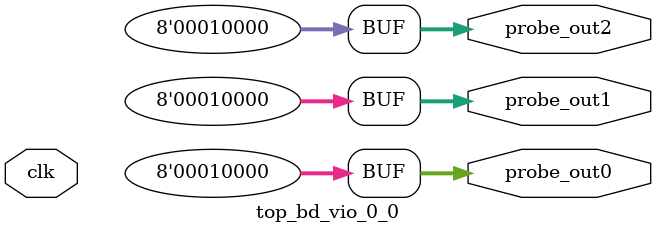
<source format=v>
`timescale 1ns / 1ps
module top_bd_vio_0_0 (
clk,

probe_out0,
probe_out1,
probe_out2
);

input clk;

output reg [7 : 0] probe_out0 = 'h10 ;
output reg [7 : 0] probe_out1 = 'h10 ;
output reg [7 : 0] probe_out2 = 'h10 ;


endmodule

</source>
